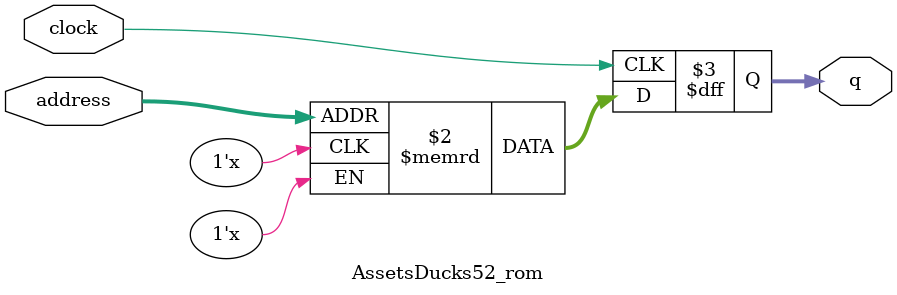
<source format=sv>
module AssetsDucks52_rom (
	input logic clock,
	input logic [11:0] address,
	output logic [3:0] q
);

logic [3:0] memory [0:4095] /* synthesis ram_init_file = "./AssetsDucks52/AssetsDucks52.mif" */;

always_ff @ (posedge clock) begin
	q <= memory[address];
end

endmodule

</source>
